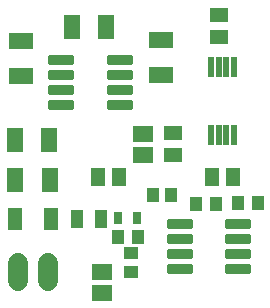
<source format=gts>
G04 EAGLE Gerber RS-274X export*
G75*
%MOMM*%
%FSLAX34Y34*%
%LPD*%
%INSoldermask Top*%
%IPPOS*%
%AMOC8*
5,1,8,0,0,1.08239X$1,22.5*%
G01*
G04 Define Apertures*
%ADD10R,2.018500X1.367800*%
%ADD11R,1.668500X1.367800*%
%ADD12R,1.124100X1.173400*%
%ADD13R,1.165000X1.915000*%
%ADD14R,1.020600X1.555100*%
%ADD15R,1.025000X1.555100*%
%ADD16R,0.715000X1.115000*%
%ADD17C,0.322038*%
%ADD18R,0.604700X1.672400*%
%ADD19R,1.367800X2.018500*%
%ADD20R,1.234400X1.623400*%
%ADD21R,1.001900X1.177100*%
%ADD22R,1.623400X1.234400*%
%ADD23R,1.177100X1.001900*%
%ADD24C,1.727200*%
D10*
X52970Y217916D03*
X52970Y247424D03*
D11*
X121550Y51724D03*
X121550Y34216D03*
X155840Y151056D03*
X155840Y168564D03*
D12*
X179446Y116630D03*
X163954Y116630D03*
D13*
X47880Y96310D03*
X78380Y96310D03*
D14*
X100115Y96310D03*
D15*
X120103Y96310D03*
D16*
X135140Y97580D03*
X151140Y97580D03*
D17*
X95922Y228515D02*
X77456Y228515D01*
X77456Y233345D01*
X95922Y233345D01*
X95922Y228515D01*
X95922Y231574D02*
X77456Y231574D01*
X77456Y215815D02*
X95922Y215815D01*
X77456Y215815D02*
X77456Y220645D01*
X95922Y220645D01*
X95922Y215815D01*
X95922Y218874D02*
X77456Y218874D01*
X77456Y203115D02*
X95922Y203115D01*
X77456Y203115D02*
X77456Y207945D01*
X95922Y207945D01*
X95922Y203115D01*
X95922Y206174D02*
X77456Y206174D01*
X77456Y190415D02*
X95922Y190415D01*
X77456Y190415D02*
X77456Y195245D01*
X95922Y195245D01*
X95922Y190415D01*
X95922Y193474D02*
X77456Y193474D01*
X126858Y190415D02*
X145324Y190415D01*
X126858Y190415D02*
X126858Y195245D01*
X145324Y195245D01*
X145324Y190415D01*
X145324Y193474D02*
X126858Y193474D01*
X126858Y203115D02*
X145324Y203115D01*
X126858Y203115D02*
X126858Y207945D01*
X145324Y207945D01*
X145324Y203115D01*
X145324Y206174D02*
X126858Y206174D01*
X126858Y215815D02*
X145324Y215815D01*
X126858Y215815D02*
X126858Y220645D01*
X145324Y220645D01*
X145324Y215815D01*
X145324Y218874D02*
X126858Y218874D01*
X126858Y228515D02*
X145324Y228515D01*
X126858Y228515D02*
X126858Y233345D01*
X145324Y233345D01*
X145324Y228515D01*
X145324Y231574D02*
X126858Y231574D01*
D18*
X213400Y167927D03*
X219900Y167927D03*
X226400Y167927D03*
X232900Y167927D03*
X232900Y225353D03*
X226400Y225353D03*
X219900Y225353D03*
X213400Y225353D03*
D17*
X196252Y90085D02*
X177786Y90085D01*
X177786Y94915D01*
X196252Y94915D01*
X196252Y90085D01*
X196252Y93144D02*
X177786Y93144D01*
X177786Y77385D02*
X196252Y77385D01*
X177786Y77385D02*
X177786Y82215D01*
X196252Y82215D01*
X196252Y77385D01*
X196252Y80444D02*
X177786Y80444D01*
X177786Y64685D02*
X196252Y64685D01*
X177786Y64685D02*
X177786Y69515D01*
X196252Y69515D01*
X196252Y64685D01*
X196252Y67744D02*
X177786Y67744D01*
X177786Y51985D02*
X196252Y51985D01*
X177786Y51985D02*
X177786Y56815D01*
X196252Y56815D01*
X196252Y51985D01*
X196252Y55044D02*
X177786Y55044D01*
X227188Y51985D02*
X245654Y51985D01*
X227188Y51985D02*
X227188Y56815D01*
X245654Y56815D01*
X245654Y51985D01*
X245654Y55044D02*
X227188Y55044D01*
X227188Y64685D02*
X245654Y64685D01*
X227188Y64685D02*
X227188Y69515D01*
X245654Y69515D01*
X245654Y64685D01*
X245654Y67744D02*
X227188Y67744D01*
X227188Y77385D02*
X245654Y77385D01*
X227188Y77385D02*
X227188Y82215D01*
X245654Y82215D01*
X245654Y77385D01*
X245654Y80444D02*
X227188Y80444D01*
X227188Y90085D02*
X245654Y90085D01*
X227188Y90085D02*
X227188Y94915D01*
X245654Y94915D01*
X245654Y90085D01*
X245654Y93144D02*
X227188Y93144D01*
D19*
X77084Y129330D03*
X47576Y129330D03*
D20*
X117435Y131870D03*
X135825Y131870D03*
D21*
X151292Y81070D03*
X134988Y81070D03*
D10*
X171080Y248224D03*
X171080Y218716D03*
D22*
X220367Y269335D03*
X220367Y250945D03*
D21*
X236588Y110280D03*
X252892Y110280D03*
D19*
X124874Y259270D03*
X95366Y259270D03*
D22*
X180997Y169005D03*
X180997Y150615D03*
D21*
X217332Y109010D03*
X201028Y109010D03*
D19*
X76614Y163620D03*
X47106Y163620D03*
D20*
X232345Y131870D03*
X213955Y131870D03*
D23*
X145680Y51328D03*
X145680Y67632D03*
D24*
X50430Y59480D02*
X50430Y44240D01*
X75830Y44240D02*
X75830Y59480D01*
M02*

</source>
